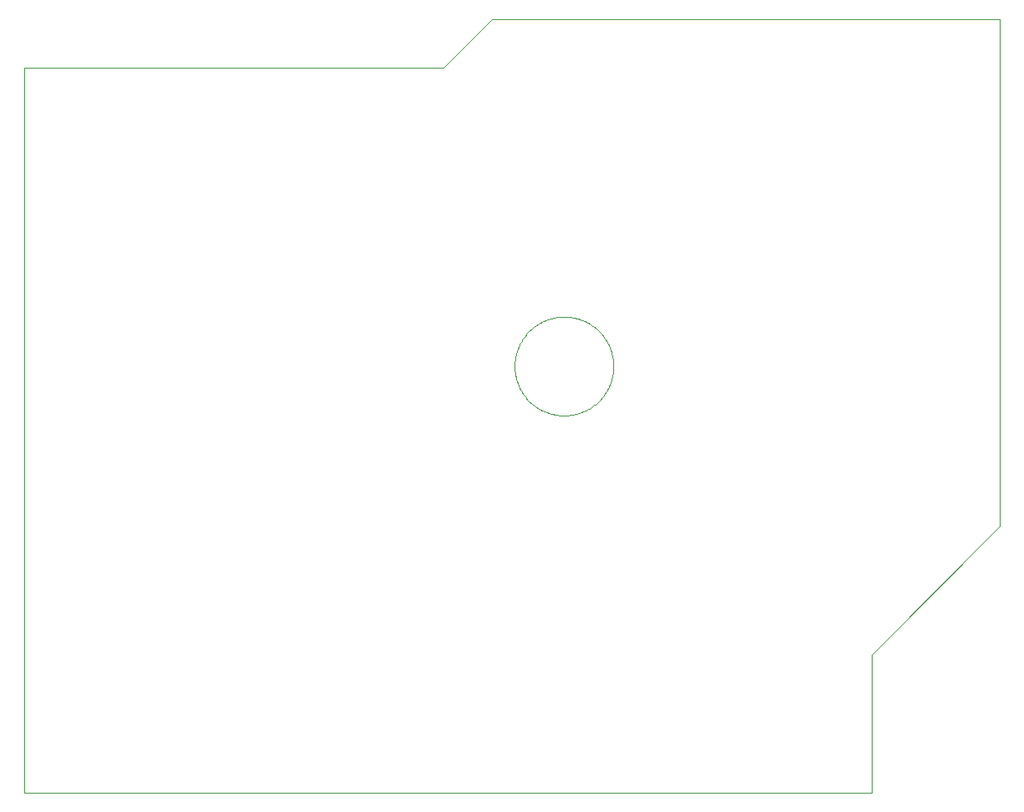
<source format=gbp>
G04 EAGLE Gerber RS-274X export*
G75*
%MOMM*%
%FSLAX34Y34*%
%LPD*%
%INSolder paste bottom*%
%IPPOS*%
%AMOC8*
5,1,8,0,0,1.08239X$1,22.5*%
G01*
%ADD10C,0.000000*%


D10*
X0Y0D02*
X857300Y0D01*
X857300Y139750D01*
X987300Y269850D01*
X987300Y782850D01*
X473000Y782850D01*
X423800Y733650D01*
X0Y733650D01*
X0Y0D01*
X496100Y431800D02*
X496115Y433027D01*
X496160Y434253D01*
X496235Y435478D01*
X496341Y436701D01*
X496476Y437921D01*
X496641Y439137D01*
X496836Y440348D01*
X497061Y441555D01*
X497315Y442755D01*
X497598Y443949D01*
X497911Y445136D01*
X498253Y446314D01*
X498624Y447484D01*
X499023Y448644D01*
X499450Y449795D01*
X499906Y450934D01*
X500390Y452062D01*
X500901Y453178D01*
X501439Y454281D01*
X502004Y455370D01*
X502596Y456445D01*
X503214Y457505D01*
X503857Y458550D01*
X504527Y459579D01*
X505221Y460590D01*
X505940Y461585D01*
X506683Y462562D01*
X507449Y463520D01*
X508240Y464459D01*
X509052Y465378D01*
X509888Y466277D01*
X510745Y467155D01*
X511623Y468012D01*
X512522Y468848D01*
X513441Y469660D01*
X514380Y470451D01*
X515338Y471217D01*
X516315Y471960D01*
X517310Y472679D01*
X518321Y473373D01*
X519350Y474043D01*
X520395Y474686D01*
X521455Y475304D01*
X522530Y475896D01*
X523619Y476461D01*
X524722Y476999D01*
X525838Y477510D01*
X526966Y477994D01*
X528105Y478450D01*
X529256Y478877D01*
X530416Y479276D01*
X531586Y479647D01*
X532764Y479989D01*
X533951Y480302D01*
X535145Y480585D01*
X536345Y480839D01*
X537552Y481064D01*
X538763Y481259D01*
X539979Y481424D01*
X541199Y481559D01*
X542422Y481665D01*
X543647Y481740D01*
X544873Y481785D01*
X546100Y481800D01*
X547327Y481785D01*
X548553Y481740D01*
X549778Y481665D01*
X551001Y481559D01*
X552221Y481424D01*
X553437Y481259D01*
X554648Y481064D01*
X555855Y480839D01*
X557055Y480585D01*
X558249Y480302D01*
X559436Y479989D01*
X560614Y479647D01*
X561784Y479276D01*
X562944Y478877D01*
X564095Y478450D01*
X565234Y477994D01*
X566362Y477510D01*
X567478Y476999D01*
X568581Y476461D01*
X569670Y475896D01*
X570745Y475304D01*
X571805Y474686D01*
X572850Y474043D01*
X573879Y473373D01*
X574890Y472679D01*
X575885Y471960D01*
X576862Y471217D01*
X577820Y470451D01*
X578759Y469660D01*
X579678Y468848D01*
X580577Y468012D01*
X581455Y467155D01*
X582312Y466277D01*
X583148Y465378D01*
X583960Y464459D01*
X584751Y463520D01*
X585517Y462562D01*
X586260Y461585D01*
X586979Y460590D01*
X587673Y459579D01*
X588343Y458550D01*
X588986Y457505D01*
X589604Y456445D01*
X590196Y455370D01*
X590761Y454281D01*
X591299Y453178D01*
X591810Y452062D01*
X592294Y450934D01*
X592750Y449795D01*
X593177Y448644D01*
X593576Y447484D01*
X593947Y446314D01*
X594289Y445136D01*
X594602Y443949D01*
X594885Y442755D01*
X595139Y441555D01*
X595364Y440348D01*
X595559Y439137D01*
X595724Y437921D01*
X595859Y436701D01*
X595965Y435478D01*
X596040Y434253D01*
X596085Y433027D01*
X596100Y431800D01*
X596085Y430573D01*
X596040Y429347D01*
X595965Y428122D01*
X595859Y426899D01*
X595724Y425679D01*
X595559Y424463D01*
X595364Y423252D01*
X595139Y422045D01*
X594885Y420845D01*
X594602Y419651D01*
X594289Y418464D01*
X593947Y417286D01*
X593576Y416116D01*
X593177Y414956D01*
X592750Y413805D01*
X592294Y412666D01*
X591810Y411538D01*
X591299Y410422D01*
X590761Y409319D01*
X590196Y408230D01*
X589604Y407155D01*
X588986Y406095D01*
X588343Y405050D01*
X587673Y404021D01*
X586979Y403010D01*
X586260Y402015D01*
X585517Y401038D01*
X584751Y400080D01*
X583960Y399141D01*
X583148Y398222D01*
X582312Y397323D01*
X581455Y396445D01*
X580577Y395588D01*
X579678Y394752D01*
X578759Y393940D01*
X577820Y393149D01*
X576862Y392383D01*
X575885Y391640D01*
X574890Y390921D01*
X573879Y390227D01*
X572850Y389557D01*
X571805Y388914D01*
X570745Y388296D01*
X569670Y387704D01*
X568581Y387139D01*
X567478Y386601D01*
X566362Y386090D01*
X565234Y385606D01*
X564095Y385150D01*
X562944Y384723D01*
X561784Y384324D01*
X560614Y383953D01*
X559436Y383611D01*
X558249Y383298D01*
X557055Y383015D01*
X555855Y382761D01*
X554648Y382536D01*
X553437Y382341D01*
X552221Y382176D01*
X551001Y382041D01*
X549778Y381935D01*
X548553Y381860D01*
X547327Y381815D01*
X546100Y381800D01*
X544873Y381815D01*
X543647Y381860D01*
X542422Y381935D01*
X541199Y382041D01*
X539979Y382176D01*
X538763Y382341D01*
X537552Y382536D01*
X536345Y382761D01*
X535145Y383015D01*
X533951Y383298D01*
X532764Y383611D01*
X531586Y383953D01*
X530416Y384324D01*
X529256Y384723D01*
X528105Y385150D01*
X526966Y385606D01*
X525838Y386090D01*
X524722Y386601D01*
X523619Y387139D01*
X522530Y387704D01*
X521455Y388296D01*
X520395Y388914D01*
X519350Y389557D01*
X518321Y390227D01*
X517310Y390921D01*
X516315Y391640D01*
X515338Y392383D01*
X514380Y393149D01*
X513441Y393940D01*
X512522Y394752D01*
X511623Y395588D01*
X510745Y396445D01*
X509888Y397323D01*
X509052Y398222D01*
X508240Y399141D01*
X507449Y400080D01*
X506683Y401038D01*
X505940Y402015D01*
X505221Y403010D01*
X504527Y404021D01*
X503857Y405050D01*
X503214Y406095D01*
X502596Y407155D01*
X502004Y408230D01*
X501439Y409319D01*
X500901Y410422D01*
X500390Y411538D01*
X499906Y412666D01*
X499450Y413805D01*
X499023Y414956D01*
X498624Y416116D01*
X498253Y417286D01*
X497911Y418464D01*
X497598Y419651D01*
X497315Y420845D01*
X497061Y422045D01*
X496836Y423252D01*
X496641Y424463D01*
X496476Y425679D01*
X496341Y426899D01*
X496235Y428122D01*
X496160Y429347D01*
X496115Y430573D01*
X496100Y431800D01*
M02*

</source>
